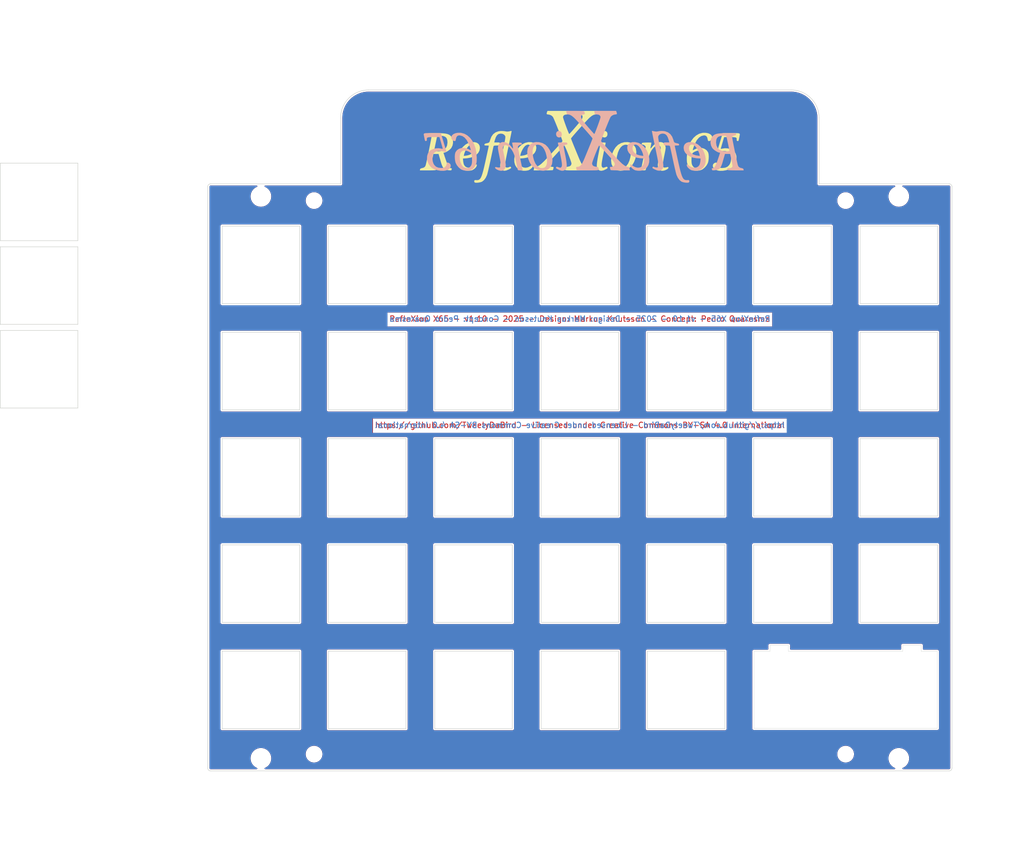
<source format=kicad_pcb>
(kicad_pcb (version 20241229) (generator "pcbnew") (generator_version "9.0")
  (title_block (title "RefleXion X65 - Blank") (date "2024-02-06") (rev "1.10") (company "Tweety's Wild Thinking") (comment 1 "Design: Markus Knutsson <markus.knutsson@tweety.se>") (comment 2 "Concept: Pedro Quaresma <pq@live.ie>") (comment 3 "https://github.com/TweetyDaBird") (comment 4 "Licensed under Creative Commons BY-SA 4.0 International"))
  (layers (0 "F.Cu" signal) (2 "B.Cu" signal) (13 "F.Paste" user) (15 "B.Paste" user) (5 "F.SilkS" user "F.Silkscreen") (7 "B.SilkS" user "B.Silkscreen") (1 "F.Mask" user) (3 "B.Mask" user) (25 "Edge.Cuts" user))
  (net 0 "")
  (footprint "Keyboard_Plate:Spacer Plate hole" (layer "F.Cu") (at 158.515 35.965)
    (property "Reference" "H3" (hide yes))
    (property "Value" "Spacer_PCB" (hide yes))
    (pad "" np_thru_hole circle (at 0 0) (size 2.5 2.5) (drill 2.5) (layers "*.Cu" "*.Mask"))
  )
  (footprint "Keyboard_Plate:SW_MX_Plate_Placeholder_nodrill_NOBORDER_13,9" (layer "F.Cu") (at 129.94 123.69)
    (property "Reference" "SW33" (hide yes))
    (property "Value" "SW_Push" (hide yes))
    (fp_line (start -6.95 -6.95) (end -6.95 6.95) (stroke (width 0.1)) (layer "Edge.Cuts"))
    (fp_line (start -6.95 6.95) (end 6.95 6.95) (stroke (width 0.1)) (layer "Edge.Cuts"))
    (fp_line (start 6.95 -6.95) (end -6.95 -6.95) (stroke (width 0.1)) (layer "Edge.Cuts"))
    (fp_line (start 6.95 6.95) (end 6.95 -6.95) (stroke (width 0.1)) (layer "Edge.Cuts"))
  )
  (footprint "MountingHole:MountingHole_3.2mm_M3" (layer "F.Cu") (at 53.74 135.965)
    (property "Reference" "H8" (hide yes))
    (property "Value" "MountingHole")
    (pad "" np_thru_hole circle (at 0 0) (size 3.2 3.2) (drill 3.2) (layers "*.Cu" "*.Mask"))
  )
  (footprint "Keyboard_Plate:SW_MX_Plate_Placeholder_nodrill_NOBORDER_13,9" (layer "F.Cu") (at 110.89 66.54)
    (property "Reference" "SW11" (hide yes))
    (property "Value" "SW_Push" (hide yes))
    (fp_line (start -6.95 -6.95) (end -6.95 6.95) (stroke (width 0.1)) (layer "Edge.Cuts"))
    (fp_line (start -6.95 6.95) (end 6.95 6.95) (stroke (width 0.1)) (layer "Edge.Cuts"))
    (fp_line (start 6.95 -6.95) (end -6.95 -6.95) (stroke (width 0.1)) (layer "Edge.Cuts"))
    (fp_line (start 6.95 6.95) (end 6.95 -6.95) (stroke (width 0.1)) (layer "Edge.Cuts"))
  )
  (footprint "Keyboard_Plate:SW_MX_Plate_Placeholder_nodrill_NOBORDER_13,9" (layer "F.Cu") (at 72.79 123.69)
    (property "Reference" "SW30" (hide yes))
    (property "Value" "SW_Push" (hide yes))
    (fp_line (start -6.95 -6.95) (end -6.95 6.95) (stroke (width 0.1)) (layer "Edge.Cuts"))
    (fp_line (start -6.95 6.95) (end 6.95 6.95) (stroke (width 0.1)) (layer "Edge.Cuts"))
    (fp_line (start 6.95 -6.95) (end -6.95 -6.95) (stroke (width 0.1)) (layer "Edge.Cuts"))
    (fp_line (start 6.95 6.95) (end 6.95 -6.95) (stroke (width 0.1)) (layer "Edge.Cuts"))
  )
  (footprint "Keyboard_Plate:SW_MX_Plate_Placeholder_nodrill_NOBORDER_13,9" (layer "F.Cu") (at 110.89 123.69)
    (property "Reference" "SW32" (hide yes))
    (property "Value" "SW_Push" (hide yes))
    (fp_line (start -6.95 -6.95) (end -6.95 6.95) (stroke (width 0.1)) (layer "Edge.Cuts"))
    (fp_line (start -6.95 6.95) (end 6.95 6.95) (stroke (width 0.1)) (layer "Edge.Cuts"))
    (fp_line (start 6.95 -6.95) (end -6.95 -6.95) (stroke (width 0.1)) (layer "Edge.Cuts"))
    (fp_line (start 6.95 6.95) (end 6.95 -6.95) (stroke (width 0.1)) (layer "Edge.Cuts"))
  )
  (footprint "Keyboard_Plate:SW_MX_Plate_Placeholder_nodrill_NOBORDER_13,9" (layer "F.Cu") (at 13.986736 51.203969)
    (property "Reference" "SW35" (hide yes))
    (property "Value" "SW_Push" (hide yes))
    (fp_line (start -6.95 -6.95) (end -6.95 6.95) (stroke (width 0.1)) (layer "Edge.Cuts"))
    (fp_line (start -6.95 6.95) (end 6.95 6.95) (stroke (width 0.1)) (layer "Edge.Cuts"))
    (fp_line (start 6.95 -6.95) (end -6.95 -6.95) (stroke (width 0.1)) (layer "Edge.Cuts"))
    (fp_line (start 6.95 6.95) (end 6.95 -6.95) (stroke (width 0.1)) (layer "Edge.Cuts"))
  )
  (footprint "Keyboard_Plate:SW_MX_Plate_Placeholder_nodrill_NOBORDER_13,9" (layer "F.Cu") (at 13.986736 66.203969)
    (property "Reference" "SW36" (hide yes))
    (property "Value" "SW_Push" (hide yes))
    (fp_line (start -6.95 -6.95) (end -6.95 6.95) (stroke (width 0.1)) (layer "Edge.Cuts"))
    (fp_line (start -6.95 6.95) (end 6.95 6.95) (stroke (width 0.1)) (layer "Edge.Cuts"))
    (fp_line (start 6.95 -6.95) (end -6.95 -6.95) (stroke (width 0.1)) (layer "Edge.Cuts"))
    (fp_line (start 6.95 6.95) (end 6.95 -6.95) (stroke (width 0.1)) (layer "Edge.Cuts"))
  )
  (footprint "Keyboard_Plate:SW_MX_Plate_Placeholder_nodrill_NOBORDER_13,9" (layer "F.Cu") (at 91.84 47.49)
    (property "Reference" "SW3" (hide yes))
    (property "Value" "SW_Push" (hide yes))
    (fp_line (start -6.95 -6.95) (end -6.95 6.95) (stroke (width 0.1)) (layer "Edge.Cuts"))
    (fp_line (start -6.95 6.95) (end 6.95 6.95) (stroke (width 0.1)) (layer "Edge.Cuts"))
    (fp_line (start 6.95 -6.95) (end -6.95 -6.95) (stroke (width 0.1)) (layer "Edge.Cuts"))
    (fp_line (start 6.95 6.95) (end 6.95 -6.95) (stroke (width 0.1)) (layer "Edge.Cuts"))
  )
  (footprint "Keyboard_Plate:Spacer Plate hole" (layer "F.Cu") (at 158.515 135.215)
    (property "Reference" "H4" (hide yes))
    (property "Value" "Spacer_PCB" (hide yes))
    (pad "" np_thru_hole circle (at 0 0) (size 2.5 2.5) (drill 2.5) (layers "*.Cu" "*.Mask"))
  )
  (footprint "Keyboard_Plate:SW_MX_Plate_Placeholder_nodrill_NOBORDER_13,9" (layer "F.Cu") (at 148.99 104.64)
    (property "Reference" "SW27" (hide yes))
    (property "Value" "SW_Push" (hide yes))
    (fp_line (start -6.95 -6.95) (end -6.95 6.95) (stroke (width 0.1)) (layer "Edge.Cuts"))
    (fp_line (start -6.95 6.95) (end 6.95 6.95) (stroke (width 0.1)) (layer "Edge.Cuts"))
    (fp_line (start 6.95 -6.95) (end -6.95 -6.95) (stroke (width 0.1)) (layer "Edge.Cuts"))
    (fp_line (start 6.95 6.95) (end 6.95 -6.95) (stroke (width 0.1)) (layer "Edge.Cuts"))
  )
  (footprint "Keyboard_Plate:SW_MX_Plate_Placeholder_nodrill_NOBORDER_13,9" (layer "F.Cu") (at 91.84 123.69)
    (property "Reference" "SW31" (hide yes))
    (property "Value" "SW_Push" (hide yes))
    (fp_line (start -6.95 -6.95) (end -6.95 6.95) (stroke (width 0.1)) (layer "Edge.Cuts"))
    (fp_line (start -6.95 6.95) (end 6.95 6.95) (stroke (width 0.1)) (layer "Edge.Cuts"))
    (fp_line (start 6.95 -6.95) (end -6.95 -6.95) (stroke (width 0.1)) (layer "Edge.Cuts"))
    (fp_line (start 6.95 6.95) (end 6.95 -6.95) (stroke (width 0.1)) (layer "Edge.Cuts"))
  )
  (footprint "Keyboard_Plate:SW_MX_Plate_Placeholder_nodrill_NOBORDER_13,9" (layer "F.Cu") (at 148.99 66.54)
    (property "Reference" "SW13" (hide yes))
    (property "Value" "SW_Push" (hide yes))
    (fp_line (start -6.95 -6.95) (end -6.95 6.95) (stroke (width 0.1)) (layer "Edge.Cuts"))
    (fp_line (start -6.95 6.95) (end 6.95 6.95) (stroke (width 0.1)) (layer "Edge.Cuts"))
    (fp_line (start 6.95 -6.95) (end -6.95 -6.95) (stroke (width 0.1)) (layer "Edge.Cuts"))
    (fp_line (start 6.95 6.95) (end 6.95 -6.95) (stroke (width 0.1)) (layer "Edge.Cuts"))
  )
  (footprint "Keyboard_Plate:SW_MX_Plate_Placeholder_nodrill_NOBORDER_13,9" (layer "F.Cu") (at 53.74 66.54)
    (property "Reference" "SW8" (hide yes))
    (property "Value" "SW_Push" (hide yes))
    (fp_line (start -6.95 -6.95) (end -6.95 6.95) (stroke (width 0.1)) (layer "Edge.Cuts"))
    (fp_line (start -6.95 6.95) (end 6.95 6.95) (stroke (width 0.1)) (layer "Edge.Cuts"))
    (fp_line (start 6.95 -6.95) (end -6.95 -6.95) (stroke (width 0.1)) (layer "Edge.Cuts"))
    (fp_line (start 6.95 6.95) (end 6.95 -6.95) (stroke (width 0.1)) (layer "Edge.Cuts"))
  )
  (footprint "Keyboard_Plate:SW_MX_Plate_Placeholder_nodrill_NOBORDER_13,9" (layer "F.Cu") (at 72.79 66.54)
    (property "Reference" "SW9" (hide yes))
    (property "Value" "SW_Push" (hide yes))
    (fp_line (start -6.95 -6.95) (end -6.95 6.95) (stroke (width 0.1)) (layer "Edge.Cuts"))
    (fp_line (start -6.95 6.95) (end 6.95 6.95) (stroke (width 0.1)) (layer "Edge.Cuts"))
    (fp_line (start 6.95 -6.95) (end -6.95 -6.95) (stroke (width 0.1)) (layer "Edge.Cuts"))
    (fp_line (start 6.95 6.95) (end 6.95 -6.95) (stroke (width 0.1)) (layer "Edge.Cuts"))
  )
  (footprint "Keyboard_Plate:SW_MX_Plate_Placeholder_nodrill_NOBORDER_13,9" (layer "F.Cu") (at 148.99 85.59)
    (property "Reference" "SW20" (hide yes))
    (property "Value" "SW_Push" (hide yes))
    (fp_line (start -6.95 -6.95) (end -6.95 6.95) (stroke (width 0.1)) (layer "Edge.Cuts"))
    (fp_line (start -6.95 6.95) (end 6.95 6.95) (stroke (width 0.1)) (layer "Edge.Cuts"))
    (fp_line (start 6.95 -6.95) (end -6.95 -6.95) (stroke (width 0.1)) (layer "Edge.Cuts"))
    (fp_line (start 6.95 6.95) (end 6.95 -6.95) (stroke (width 0.1)) (layer "Edge.Cuts"))
  )
  (footprint "Keyboard_Plate:SW_MX_Plate_Placeholder_nodrill_NOBORDER_13,9" (layer "F.Cu") (at 110.89 85.59)
    (property "Reference" "SW18" (hide yes))
    (property "Value" "SW_Push" (hide yes))
    (fp_line (start -6.95 -6.95) (end -6.95 6.95) (stroke (width 0.1)) (layer "Edge.Cuts"))
    (fp_line (start -6.95 6.95) (end 6.95 6.95) (stroke (width 0.1)) (layer "Edge.Cuts"))
    (fp_line (start 6.95 -6.95) (end -6.95 -6.95) (stroke (width 0.1)) (layer "Edge.Cuts"))
    (fp_line (start 6.95 6.95) (end 6.95 -6.95) (stroke (width 0.1)) (layer "Edge.Cuts"))
  )
  (footprint "Keyboard_Plate:SW_MX_Plate_Placeholder_nodrill_NOBORDER_13,9" (layer "F.Cu") (at 129.94 66.54)
    (property "Reference" "SW12" (hide yes))
    (property "Value" "SW_Push" (hide yes))
    (fp_line (start -6.95 -6.95) (end -6.95 6.95) (stroke (width 0.1)) (layer "Edge.Cuts"))
    (fp_line (start -6.95 6.95) (end 6.95 6.95) (stroke (width 0.1)) (layer "Edge.Cuts"))
    (fp_line (start 6.95 -6.95) (end -6.95 -6.95) (stroke (width 0.1)) (layer "Edge.Cuts"))
    (fp_line (start 6.95 6.95) (end 6.95 -6.95) (stroke (width 0.1)) (layer "Edge.Cuts"))
  )
  (footprint "Keyboard_Plate:Spacer Plate hole" (layer "F.Cu") (at 63.265 35.965)
    (property "Reference" "H1" (hide yes))
    (property "Value" "Spacer_PCB" (hide yes))
    (pad "" np_thru_hole circle (at 0 0) (size 2.5 2.5) (drill 2.5) (layers "*.Cu" "*.Mask"))
  )
  (footprint "Keyboard_Plate:SW_MX_Plate_Placeholder_nodrill_NOBORDER_13,9" (layer "F.Cu") (at 110.89 47.49)
    (property "Reference" "SW4" (hide yes))
    (property "Value" "SW_Push" (hide yes))
    (fp_line (start -6.95 -6.95) (end -6.95 6.95) (stroke (width 0.1)) (layer "Edge.Cuts"))
    (fp_line (start -6.95 6.95) (end 6.95 6.95) (stroke (width 0.1)) (layer "Edge.Cuts"))
    (fp_line (start 6.95 -6.95) (end -6.95 -6.95) (stroke (width 0.1)) (layer "Edge.Cuts"))
    (fp_line (start 6.95 6.95) (end 6.95 -6.95) (stroke (width 0.1)) (layer "Edge.Cuts"))
  )
  (footprint "Logotypes:RefleXion 65_3" (layer "F.Cu") (at 111.218372 26.254597)
    (property "Reference" "Logo2" (hide yes))
    (property "Value" "RoHS_Logo" (hide yes))
  )
  (footprint "Keyboard_Plate:SW_MX_Plate_Placeholder_nodrill_NOBORDER_13,9" (layer "F.Cu") (at 72.79 85.59)
    (property "Reference" "SW16" (hide yes))
    (property "Value" "SW_Push" (hide yes))
    (fp_line (start -6.95 -6.95) (end -6.95 6.95) (stroke (width 0.1)) (layer "Edge.Cuts"))
    (fp_line (start -6.95 6.95) (end 6.95 6.95) (stroke (width 0.1)) (layer "Edge.Cuts"))
    (fp_line (start 6.95 -6.95) (end -6.95 -6.95) (stroke (width 0.1)) (layer "Edge.Cuts"))
    (fp_line (start 6.95 6.95) (end 6.95 -6.95) (stroke (width 0.1)) (layer "Edge.Cuts"))
  )
  (footprint "MountingHole:MountingHole_3.2mm_M3" (layer "F.Cu") (at 168.04 35.215)
    (property "Reference" "H6" (hide yes))
    (property "Value" "MountingHole")
    (pad "" np_thru_hole circle (at 0 0) (size 3.2 3.2) (drill 3.2) (layers "*.Cu" "*.Mask"))
  )
  (footprint "Keyboard_Plate:SW_MX_Plate_Placeholder_nodrill_NOBORDER_13,9" (layer "F.Cu") (at 91.84 85.59)
    (property "Reference" "SW17" (hide yes))
    (property "Value" "SW_Push" (hide yes))
    (fp_line (start -6.95 -6.95) (end -6.95 6.95) (stroke (width 0.1)) (layer "Edge.Cuts"))
    (fp_line (start -6.95 6.95) (end 6.95 6.95) (stroke (width 0.1)) (layer "Edge.Cuts"))
    (fp_line (start 6.95 -6.95) (end -6.95 -6.95) (stroke (width 0.1)) (layer "Edge.Cuts"))
    (fp_line (start 6.95 6.95) (end 6.95 -6.95) (stroke (width 0.1)) (layer "Edge.Cuts"))
  )
  (footprint "Keyboard_Plate:SW_MX_Plate_Placeholder_nodrill_NOBORDER_13,9" (layer "F.Cu") (at 53.74 85.59)
    (property "Reference" "SW15" (hide yes))
    (property "Value" "SW_Push" (hide yes))
    (fp_line (start -6.95 -6.95) (end -6.95 6.95) (stroke (width 0.1)) (layer "Edge.Cuts"))
    (fp_line (start -6.95 6.95) (end 6.95 6.95) (stroke (width 0.1)) (layer "Edge.Cuts"))
    (fp_line (start 6.95 -6.95) (end -6.95 -6.95) (stroke (width 0.1)) (layer "Edge.Cuts"))
    (fp_line (start 6.95 6.95) (end 6.95 -6.95) (stroke (width 0.1)) (layer "Edge.Cuts"))
  )
  (footprint "MountingHole:MountingHole_3.2mm_M3" (layer "F.Cu") (at 53.74 35.215)
    (property "Reference" "H5" (hide yes))
    (property "Value" "MountingHole")
    (pad "" np_thru_hole circle (at 0 0) (size 3.2 3.2) (drill 3.2) (layers "*.Cu" "*.Mask"))
  )
  (footprint "Keyboard_Plate:SW_MX_Plate_Placeholder_nodrill_NOBORDER_13,9" (layer "F.Cu") (at 168.04 104.64)
    (property "Reference" "SW28" (hide yes))
    (property "Value" "SW_Push" (hide yes))
    (fp_line (start -6.95 -6.95) (end -6.95 6.95) (stroke (width 0.1)) (layer "Edge.Cuts"))
    (fp_line (start -6.95 6.95) (end 6.95 6.95) (stroke (width 0.1)) (layer "Edge.Cuts"))
    (fp_line (start 6.95 -6.95) (end -6.95 -6.95) (stroke (width 0.1)) (layer "Edge.Cuts"))
    (fp_line (start 6.95 6.95) (end 6.95 -6.95) (stroke (width 0.1)) (layer "Edge.Cuts"))
  )
  (footprint "Keyboard_Plate:SW_MX_Plate_Placeholder_nodrill_NOBORDER_13,9" (layer "F.Cu") (at 72.79 104.64)
    (property "Reference" "SW23" (hide yes))
    (property "Value" "SW_Push" (hide yes))
    (fp_line (start -6.95 -6.95) (end -6.95 6.95) (stroke (width 0.1)) (layer "Edge.Cuts"))
    (fp_line (start -6.95 6.95) (end 6.95 6.95) (stroke (width 0.1)) (layer "Edge.Cuts"))
    (fp_line (start 6.95 -6.95) (end -6.95 -6.95) (stroke (width 0.1)) (layer "Edge.Cuts"))
    (fp_line (start 6.95 6.95) (end 6.95 -6.95) (stroke (width 0.1)) (layer "Edge.Cuts"))
  )
  (footprint "MountingHole:MountingHole_3.2mm_M3" (layer "F.Cu") (at 168.04 135.965)
    (property "Reference" "H7" (hide yes))
    (property "Value" "MountingHole")
    (pad "" np_thru_hole circle (at 0 0) (size 3.2 3.2) (drill 3.2) (layers "*.Cu" "*.Mask"))
  )
  (footprint "Keyboard_Plate:SW_MX_Plate_Placeholder_nodrill_NOBORDER_13,9" (layer "F.Cu") (at 168.04 66.54)
    (property "Reference" "SW14" (hide yes))
    (property "Value" "SW_Push" (hide yes))
    (fp_line (start -6.95 -6.95) (end -6.95 6.95) (stroke (width 0.1)) (layer "Edge.Cuts"))
    (fp_line (start -6.95 6.95) (end 6.95 6.95) (stroke (width 0.1)) (layer "Edge.Cuts"))
    (fp_line (start 6.95 -6.95) (end -6.95 -6.95) (stroke (width 0.1)) (layer "Edge.Cuts"))
    (fp_line (start 6.95 6.95) (end 6.95 -6.95) (stroke (width 0.1)) (layer "Edge.Cuts"))
  )
  (footprint "Keyboard_Plate:SW_MX_Plate_Placeholder_nodrill_NOBORDER_13,9" (layer "F.Cu") (at 129.94 85.59)
    (property "Reference" "SW19" (hide yes))
    (property "Value" "SW_Push" (hide yes))
    (fp_line (start -6.95 -6.95) (end -6.95 6.95) (stroke (width 0.1)) (layer "Edge.Cuts"))
    (fp_line (start -6.95 6.95) (end 6.95 6.95) (stroke (width 0.1)) (layer "Edge.Cuts"))
    (fp_line (start 6.95 -6.95) (end -6.95 -6.95) (stroke (width 0.1)) (layer "Edge.Cuts"))
    (fp_line (start 6.95 6.95) (end 6.95 -6.95) (stroke (width 0.1)) (layer "Edge.Cuts"))
  )
  (footprint "Keyboard_Plate:SW_MX_Plate_Placeholder_nodrill_NOBORDER_13,9" (layer "F.Cu") (at 72.79 47.49)
    (property "Reference" "SW2" (hide yes))
    (property "Value" "SW_Push" (hide yes))
    (fp_line (start -6.95 -6.95) (end -6.95 6.95) (stroke (width 0.1)) (layer "Edge.Cuts"))
    (fp_line (start -6.95 6.95) (end 6.95 6.95) (stroke (width 0.1)) (layer "Edge.Cuts"))
    (fp_line (start 6.95 -6.95) (end -6.95 -6.95) (stroke (width 0.1)) (layer "Edge.Cuts"))
    (fp_line (start 6.95 6.95) (end 6.95 -6.95) (stroke (width 0.1)) (layer "Edge.Cuts"))
  )
  (footprint "Keyboard_Plate:SW_MX_Plate_Placeholder_nodrill_NOBORDER_13,9" (layer "F.Cu") (at 110.89 104.64)
    (property "Reference" "SW25" (hide yes))
    (property "Value" "SW_Push" (hide yes))
    (fp_line (start -6.95 -6.95) (end -6.95 6.95) (stroke (width 0.1)) (layer "Edge.Cuts"))
    (fp_line (start -6.95 6.95) (end 6.95 6.95) (stroke (width 0.1)) (layer "Edge.Cuts"))
    (fp_line (start 6.95 -6.95) (end -6.95 -6.95) (stroke (width 0.1)) (layer "Edge.Cuts"))
    (fp_line (start 6.95 6.95) (end 6.95 -6.95) (stroke (width 0.1)) (layer "Edge.Cuts"))
  )
  (footprint "Keyboard_Plate:SW_MX_Plate_Placeholder_nodrill_NOBORDER_13,9" (layer "F.Cu") (at 168.04 47.49)
    (property "Reference" "SW7" (hide yes))
    (property "Value" "SW_Push" (hide yes))
    (fp_line (start -6.95 -6.95) (end -6.95 6.95) (stroke (width 0.1)) (layer "Edge.Cuts"))
    (fp_line (start -6.95 6.95) (end 6.95 6.95) (stroke (width 0.1)) (layer "Edge.Cuts"))
    (fp_line (start 6.95 -6.95) (end -6.95 -6.95) (stroke (width 0.1)) (layer "Edge.Cuts"))
    (fp_line (start 6.95 6.95) (end 6.95 -6.95) (stroke (width 0.1)) (layer "Edge.Cuts"))
  )
  (footprint "Keyboard_Plate:Stabilizer_Cherry_MX_2.00u_PLate_1_2" (layer "F.Cu") (at 158.515 123.69 180)
    (property "Reference" "ST1" (hide yes))
    (property "Value" "Stabilizer_2u_MX")
    (fp_line (start 16.425 -6.9) (end 16.425 6.9) (stroke (width 0.05)) (layer "Edge.Cuts"))
    (fp_line (start 13.55 7.97) (end 13.55 6.9) (stroke (width 0.05)) (layer "Edge.Cuts"))
    (fp_line (start 13.55 6.9) (end 16.425 6.9) (stroke (width 0.05)) (layer "Edge.Cuts"))
    (fp_line (start 10.25 7.97) (end 13.55 7.97) (stroke (width 0.05)) (layer "Edge.Cuts"))
    (fp_line (start 10.25 7.97) (end 10.25 6.9) (stroke (width 0.05)) (layer "Edge.Cuts"))
    (fp_line (start -10.25 7.97) (end -10.25 6.9) (stroke (width 0.05)) (layer "Edge.Cuts"))
    (fp_line (start -10.25 7.97) (end -13.55 7.97) (stroke (width 0.05)) (layer "Edge.Cuts"))
    (fp_line (start -10.25 6.9) (end 10.25 6.9) (stroke (width 0.05)) (layer "Edge.Cuts"))
    (fp_line (start -13.55 7.97) (end -13.55 6.9) (stroke (width 0.05)) (layer "Edge.Cuts"))
    (fp_line (start -13.55 6.9) (end -16.425 6.9) (stroke (width 0.05)) (layer "Edge.Cuts"))
    (fp_line (start -16.425 -6.9) (end 16.425 -6.9) (stroke (width 0.05)) (layer "Edge.Cuts"))
    (fp_line (start -16.425 -6.9) (end -16.425 6.9) (stroke (width 0.05)) (layer "Edge.Cuts"))
  )
  (footprint "Keyboard_Plate:Spacer Plate hole" (layer "F.Cu") (at 63.265 135.215)
    (property "Reference" "H2" (hide yes))
    (property "Value" "Spacer_PCB" (hide yes))
    (pad "" np_thru_hole circle (at 0 0) (size 2.5 2.5) (drill 2.5) (layers "*.Cu" "*.Mask"))
  )
  (footprint "Keyboard_Plate:SW_MX_Plate_Placeholder_nodrill_NOBORDER_13,9" (layer "F.Cu") (at 53.74 47.49)
    (property "Reference" "SW1" (hide yes))
    (property "Value" "SW_Push" (hide yes))
    (fp_line (start -6.95 -6.95) (end -6.95 6.95) (stroke (width 0.1)) (layer "Edge.Cuts"))
    (fp_line (start -6.95 6.95) (end 6.95 6.95) (stroke (width 0.1)) (layer "Edge.Cuts"))
    (fp_line (start 6.95 -6.95) (end -6.95 -6.95) (stroke (width 0.1)) (layer "Edge.Cuts"))
    (fp_line (start 6.95 6.95) (end 6.95 -6.95) (stroke (width 0.1)) (layer "Edge.Cuts"))
  )
  (footprint "Keyboard_Plate:SW_MX_Plate_Placeholder_nodrill_NOBORDER_13,9" (layer "F.Cu") (at 53.74 104.64)
    (property "Reference" "SW22" (hide yes))
    (property "Value" "SW_Push" (hide yes))
    (fp_line (start -6.95 -6.95) (end -6.95 6.95) (stroke (width 0.1)) (layer "Edge.Cuts"))
    (fp_line (start -6.95 6.95) (end 6.95 6.95) (stroke (width 0.1)) (layer "Edge.Cuts"))
    (fp_line (start 6.95 -6.95) (end -6.95 -6.95) (stroke (width 0.1)) (layer "Edge.Cuts"))
    (fp_line (start 6.95 6.95) (end 6.95 -6.95) (stroke (width 0.1)) (layer "Edge.Cuts"))
  )
  (footprint "Keyboard_Plate:SW_MX_Plate_Placeholder_nodrill_NOBORDER_13,9" (layer "F.Cu") (at 91.84 104.64)
    (property "Reference" "SW24" (hide yes))
    (property "Value" "SW_Push" (hide yes))
    (fp_line (start -6.95 -6.95) (end -6.95 6.95) (stroke (width 0.1)) (layer "Edge.Cuts"))
    (fp_line (start -6.95 6.95) (end 6.95 6.95) (stroke (width 0.1)) (layer "Edge.Cuts"))
    (fp_line (start 6.95 -6.95) (end -6.95 -6.95) (stroke (width 0.1)) (layer "Edge.Cuts"))
    (fp_line (start 6.95 6.95) (end 6.95 -6.95) (stroke (width 0.1)) (layer "Edge.Cuts"))
  )
  (footprint "Keyboard_Plate:SW_MX_Plate_Placeholder_nodrill_NOBORDER_13,9" (layer "F.Cu") (at 148.99 47.49)
    (property "Reference" "SW6" (hide yes))
    (property "Value" "SW_Push" (hide yes))
    (fp_line (start -6.95 -6.95) (end -6.95 6.95) (stroke (width 0.1)) (layer "Edge.Cuts"))
    (fp_line (start -6.95 6.95) (end 6.95 6.95) (stroke (width 0.1)) (layer "Edge.Cuts"))
    (fp_line (start 6.95 -6.95) (end -6.95 -6.95) (stroke (width 0.1)) (layer "Edge.Cuts"))
    (fp_line (start 6.95 6.95) (end 6.95 -6.95) (stroke (width 0.1)) (layer "Edge.Cuts"))
  )
  (footprint "Keyboard_Plate:SW_MX_Plate_Placeholder_nodrill_NOBORDER_13,9" (layer "F.Cu") (at 129.94 47.49)
    (property "Reference" "SW5" (hide yes))
    (property "Value" "SW_Push" (hide yes))
    (fp_line (start -6.95 -6.95) (end -6.95 6.95) (stroke (width 0.1)) (layer "Edge.Cuts"))
    (fp_line (start -6.95 6.95) (end 6.95 6.95) (stroke (width 0.1)) (layer "Edge.Cuts"))
    (fp_line (start 6.95 -6.95) (end -6.95 -6.95) (stroke (width 0.1)) (layer "Edge.Cuts"))
    (fp_line (start 6.95 6.95) (end 6.95 -6.95) (stroke (width 0.1)) (layer "Edge.Cuts"))
  )
  (footprint "Keyboard_Plate:SW_MX_Plate_Placeholder_nodrill_NOBORDER_13,9" (layer "F.Cu") (at 129.94 104.64)
    (property "Reference" "SW26" (hide yes))
    (property "Value" "SW_Push" (hide yes))
    (fp_line (start -6.95 -6.95) (end -6.95 6.95) (stroke (width 0.1)) (layer "Edge.Cuts"))
    (fp_line (start -6.95 6.95) (end 6.95 6.95) (stroke (width 0.1)) (layer "Edge.Cuts"))
    (fp_line (start 6.95 -6.95) (end -6.95 -6.95) (stroke (width 0.1)) (layer "Edge.Cuts"))
    (fp_line (start 6.95 6.95) (end 6.95 -6.95) (stroke (width 0.1)) (layer "Edge.Cuts"))
  )
  (footprint "Keyboard_Plate:SW_MX_Plate_Placeholder_nodrill_NOBORDER_13,9" (layer "F.Cu") (at 53.74 123.69)
    (property "Reference" "SW29" (hide yes))
    (property "Value" "SW_Push" (hide yes))
    (fp_line (start -6.95 -6.95) (end -6.95 6.95) (stroke (width 0.1)) (layer "Edge.Cuts"))
    (fp_line (start -6.95 6.95) (end 6.95 6.95) (stroke (width 0.1)) (layer "Edge.Cuts"))
    (fp_line (start 6.95 -6.95) (end -6.95 -6.95) (stroke (width 0.1)) (layer "Edge.Cuts"))
    (fp_line (start 6.95 6.95) (end 6.95 -6.95) (stroke (width 0.1)) (layer "Edge.Cuts"))
  )
  (footprint "Keyboard_Plate:SW_MX_Plate_Placeholder_nodrill_NOBORDER_13,9" (layer "F.Cu") (at 168.04 85.59)
    (property "Reference" "SW21" (hide yes))
    (property "Value" "SW_Push" (hide yes))
    (fp_line (start -6.95 -6.95) (end -6.95 6.95) (stroke (width 0.1)) (layer "Edge.Cuts"))
    (fp_line (start -6.95 6.95) (end 6.95 6.95) (stroke (width 0.1)) (layer "Edge.Cuts"))
    (fp_line (start 6.95 -6.95) (end -6.95 -6.95) (stroke (width 0.1)) (layer "Edge.Cuts"))
    (fp_line (start 6.95 6.95) (end 6.95 -6.95) (stroke (width 0.1)) (layer "Edge.Cuts"))
  )
  (footprint "Keyboard_Plate:SW_MX_Plate_Placeholder_nodrill_NOBORDER_13,9" (layer "F.Cu") (at 91.84 66.54)
    (property "Reference" "SW10" (hide yes))
    (property "Value" "SW_Push" (hide yes))
    (fp_line (start -6.95 -6.95) (end -6.95 6.95) (stroke (width 0.1)) (layer "Edge.Cuts"))
    (fp_line (start -6.95 6.95) (end 6.95 6.95) (stroke (width 0.1)) (layer "Edge.Cuts"))
    (fp_line (start 6.95 -6.95) (end -6.95 -6.95) (stroke (width 0.1)) (layer "Edge.Cuts"))
    (fp_line (start 6.95 6.95) (end 6.95 -6.95) (stroke (width 0.1)) (layer "Edge.Cuts"))
  )
  (footprint "Keyboard_Plate:SW_MX_Plate_Placeholder_nodrill_NOBORDER_13,9" (layer "F.Cu") (at 13.986736 36.203969)
    (property "Reference" "SW34" (hide yes))
    (property "Value" "SW_Push" (hide yes))
    (fp_line (start -6.95 -6.95) (end -6.95 6.95) (stroke (width 0.1)) (layer "Edge.Cuts"))
    (fp_line (start -6.95 6.95) (end 6.95 6.95) (stroke (width 0.1)) (layer "Edge.Cuts"))
    (fp_line (start 6.95 -6.95) (end -6.95 -6.95) (stroke (width 0.1)) (layer "Edge.Cuts"))
    (fp_line (start 6.95 6.95) (end 6.95 -6.95) (stroke (width 0.1)) (layer "Edge.Cuts"))
  )
  (footprint "Logotypes:RefleXion 65_3" (layer "B.Cu") (at 111.25 26.25 180)
    (property "Reference" "Logo3" (hide yes))
    (property "Value" "RoHS_Logo" (hide yes))
  )
  (gr_arc (start 44.715374 138.214975) (mid 44.361539 138.068411) (end 44.214975 137.714576) (stroke (width 0.1)) (layer "Edge.Cuts"))
  (gr_line (start 73.028 16.135) (end 148.751468 16.134511) (stroke (width 0.1)) (layer "Edge.Cuts"))
  (gr_arc (start 44.214975 33.465399) (mid 44.361557 33.111583) (end 44.715374 32.965) (stroke (width 0.1)) (layer "Edge.Cuts"))
  (gr_arc (start 177.565 137.714576) (mid 177.41844 138.068414) (end 177.064601 138.214975) (stroke (width 0.1)) (layer "Edge.Cuts"))
  (gr_line (start 68.0275 32.965) (end 44.715374 32.965) (stroke (width 0.1)) (layer "Edge.Cuts"))
  (gr_line (start 44.214975 33.4655) (end 44.214975 137.714576) (stroke (width 0.1)) (layer "Edge.Cuts"))
  (gr_line (start 177.565 137.714576) (end 177.564551 33.465) (stroke (width 0.1)) (layer "Edge.Cuts"))
  (gr_line (start 153.752 32.965) (end 177.064551 32.965) (stroke (width 0.1)) (layer "Edge.Cuts"))
  (gr_line (start 153.751989 21.135) (end 153.752 32.965) (stroke (width 0.1)) (layer "Edge.Cuts"))
  (gr_arc (start 68.027511 21.135489) (mid 69.492122 17.599611) (end 73.028 16.135) (stroke (width 0.1)) (layer "Edge.Cuts"))
  (gr_arc (start 148.751511 16.134511) (mid 152.287389 17.599122) (end 153.752 21.135) (stroke (width 0.1)) (layer "Edge.Cuts"))
  (gr_arc (start 177.064551 32.965) (mid 177.418097 33.111454) (end 177.564551 33.465) (stroke (width 0.1)) (layer "Edge.Cuts"))
  (gr_line (start 44.715374 138.214975) (end 177.064601 138.214975) (stroke (width 0.1)) (layer "Edge.Cuts"))
  (gr_line (start 68.027512 21.135489) (end 68.027512 32.965) (stroke (width 0.1)) (layer "Edge.Cuts"))
  (gr_text "RefleXion X65 - v1.10 - 2025 - Design: Markus Knutsson - Concept: Pedro Quaresma" (at 110.89 57.17 0) (layer "F.Cu") (effects (font (size 1 1) (thickness 0.153))))
  (gr_text " https://github.com/TweetyDaBird - Licensed under Creative Commons BY-SA 4.0 International " (at 110.89 76.22 0) (layer "F.Cu") (effects (font (size 1 1) (thickness 0.153))))
  (gr_text " https://github.com/TweetyDaBird - Licensed under Creative Commons BY-SA 4.0 International " (at 110.89 76.22 0) (layer "B.Cu") (effects (font (size 1 1) (thickness 0.153)) (justify mirror)))
  (gr_text "RefleXion X65 - v1.10 - 2025 - Design: Markus Knutsson - Concept: Pedro Quaresma" (at 110.89 57.17 0) (layer "B.Cu") (effects (font (size 1 1) (thickness 0.153)) (justify mirror)))
  (zone (net 0) (net_name "") (layers "F.Cu" "B.Cu") (connect_pads (clearance 0.508)) (min_thickness 0.254) (fill yes (thermal_gap 0.508) (thermal_bridge_width 0.508))
    (polygon (pts (xy 190.5 152.4) (xy 38.1 152.4) (xy 38.1 0) (xy 190.5 0)))
  )
)
</source>
